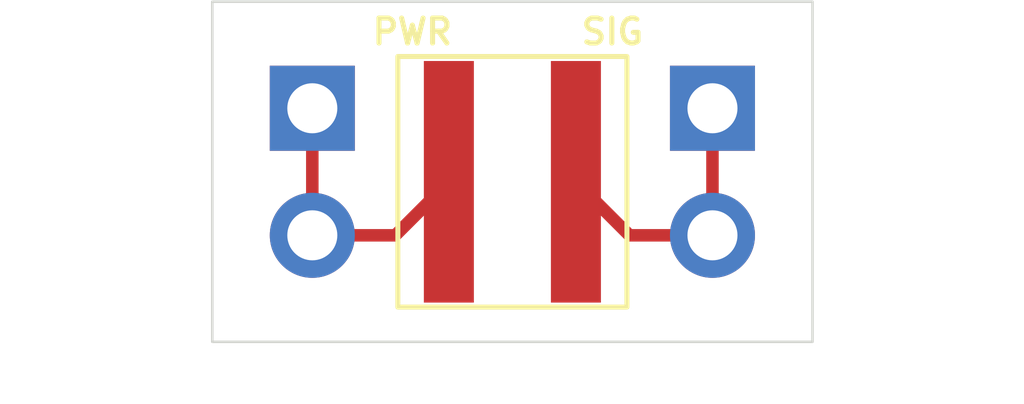
<source format=kicad_pcb>
(kicad_pcb (version 20240108) (generator "pcbnew") (generator_version "8.0")
  (layers (0 "F.Cu" signal) (31 "B.Cu" signal) (34 "B.Paste" user) (35 "F.Paste" user) (36 "B.SilkS" user "B.Silkscreen") (37 "F.SilkS" user "F.Silkscreen") (38 "B.Mask" user) (39 "F.Mask" user) (44 "Edge.Cuts" user))
  (net 0 "")
  (net 1 "SIG")
  (net 2 "HV+")
  (footprint "Connector_PinHeader_2.54mm:PinHeader_1x02_P2.54mm_Vertical" (layer "F.Cu") (at 154 98.73)
    (property "Reference" "J-SIG-1" (hide yes))
    (property "Value" "Conn_01x02_Pin")
    (pad "1" thru_hole rect (at 0 0) (size 1.7 1.7) (drill 1) (layers "*.Cu" "*.Mask" "In1.Cu" "In2.Cu" "In3.Cu" "In4.Cu" "In5.Cu" "In6.Cu" "In7.Cu" "In8.Cu" "In9.Cu" "In10.Cu" "In11.Cu" "In12.Cu" "In13.Cu" "In14.Cu" "In15.Cu" "In16.Cu" "In17.Cu" "In18.Cu" "In19.Cu" "In20.Cu" "In21.Cu" "In22.Cu" "In23.Cu" "In24.Cu" "In25.Cu" "In26.Cu" "In27.Cu" "In28.Cu" "In29.Cu" "In30.Cu") (net 1 "SIG"))
    (pad "2" thru_hole oval (at 0 2.54) (size 1.7 1.7) (drill 1) (layers "*.Cu" "*.Mask" "In1.Cu" "In2.Cu" "In3.Cu" "In4.Cu" "In5.Cu" "In6.Cu" "In7.Cu" "In8.Cu" "In9.Cu" "In10.Cu" "In11.Cu" "In12.Cu" "In13.Cu" "In14.Cu" "In15.Cu" "In16.Cu" "In17.Cu" "In18.Cu" "In19.Cu" "In20.Cu" "In21.Cu" "In22.Cu" "In23.Cu" "In24.Cu" "In25.Cu" "In26.Cu" "In27.Cu" "In28.Cu" "In29.Cu" "In30.Cu") (net 1 "SIG"))
  )
  (footprint "SiPM-FBK:ASD-RGB4S-P-40" (layer "F.Cu") (at 150 100.2)
    (property "Reference" "D1" (hide yes))
    (property "Value" "~")
    (fp_rect (start -2.29 -2.505) (end 2.29 2.505) (stroke (width 0.1)) (fill none) (layer "F.SilkS"))
    (pad "1" smd rect (at -1.27 0) (size 1 4.83) (layers "F.Cu" "F.Paste" "F.Mask") (net 2 "HV+"))
    (pad "2" smd rect (at 1.27 0) (size 1 4.83) (layers "F.Cu" "F.Paste" "F.Mask") (net 1 "SIG"))
  )
  (footprint "Connector_PinHeader_2.54mm:PinHeader_1x02_P2.54mm_Vertical" (layer "F.Cu") (at 146 98.73)
    (property "Reference" "J-SIG-2" (hide yes))
    (property "Value" "Conn_01x02_Pin")
    (pad "1" thru_hole rect (at 0 0) (size 1.7 1.7) (drill 1) (layers "*.Cu" "*.Mask" "In1.Cu" "In2.Cu" "In3.Cu" "In4.Cu" "In5.Cu" "In6.Cu" "In7.Cu" "In8.Cu" "In9.Cu" "In10.Cu" "In11.Cu" "In12.Cu" "In13.Cu" "In14.Cu" "In15.Cu" "In16.Cu" "In17.Cu" "In18.Cu" "In19.Cu" "In20.Cu" "In21.Cu" "In22.Cu" "In23.Cu" "In24.Cu" "In25.Cu" "In26.Cu" "In27.Cu" "In28.Cu" "In29.Cu" "In30.Cu") (net 2 "HV+"))
    (pad "2" thru_hole oval (at 0 2.54) (size 1.7 1.7) (drill 1) (layers "*.Cu" "*.Mask" "In1.Cu" "In2.Cu" "In3.Cu" "In4.Cu" "In5.Cu" "In6.Cu" "In7.Cu" "In8.Cu" "In9.Cu" "In10.Cu" "In11.Cu" "In12.Cu" "In13.Cu" "In14.Cu" "In15.Cu" "In16.Cu" "In17.Cu" "In18.Cu" "In19.Cu" "In20.Cu" "In21.Cu" "In22.Cu" "In23.Cu" "In24.Cu" "In25.Cu" "In26.Cu" "In27.Cu" "In28.Cu" "In29.Cu" "In30.Cu") (net 2 "HV+"))
  )
  (gr_rect (start 144 96.6) (end 156 103.4) (stroke (width 0.05)) (fill none) (layer "Edge.Cuts"))
  (gr_text "SIG" (at 152 97.2 0) (layer "F.SilkS") (effects (font (size 0.5 0.5) (thickness 0.1))))
  (gr_text "PWR" (at 148 97.2 0) (layer "F.SilkS") (effects (font (size 0.5 0.5) (thickness 0.1))))
  (segment (start 154 98.73) (end 154 101.27) (width 0.25) (layer "F.Cu") (net 1))
  (segment (start 154 101.27) (end 152.34 101.27) (width 0.25) (layer "F.Cu") (net 1))
  (segment (start 152.34 101.27) (end 151.27 100.2) (width 0.25) (layer "F.Cu") (net 1))
  (segment (start 147.66 101.27) (end 148.73 100.2) (width 0.25) (layer "F.Cu") (net 2))
  (segment (start 146 101.27) (end 147.66 101.27) (width 0.25) (layer "F.Cu") (net 2))
  (segment (start 146 98.73) (end 146 101.27) (width 0.25) (layer "F.Cu") (net 2))
)
</source>
